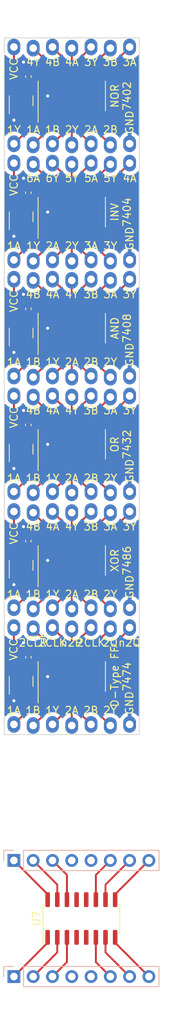
<source format=kicad_pcb>
(kicad_pcb (version 20221018) (generator pcbnew)
  (layers (0 "F.Cu" signal) (31 "B.Cu" signal) (34 "B.Paste" user) (35 "F.Paste" user) (36 "B.SilkS" user "B.Silkscreen") (37 "F.SilkS" user "F.Silkscreen") (38 "B.Mask" user) (39 "F.Mask" user) (44 "Edge.Cuts" user))
  (net 0 "")
  (net 1 "Net-(J1-Pin_2)")
  (net 2 "Net-(J1-Pin_3)")
  (net 3 "Net-(J1-Pin_4)")
  (net 4 "Net-(J1-Pin_5)")
  (net 5 "Net-(J1-Pin_6)")
  (net 6 "GND")
  (net 7 "VCC")
  (net 8 "Net-(J2-Pin_2)")
  (net 9 "Net-(J2-Pin_3)")
  (net 10 "Net-(J2-Pin_4)")
  (net 11 "Net-(J2-Pin_5)")
  (net 12 "Net-(J2-Pin_6)")
  (net 13 "Net-(J2-Pin_7)")
  (net 14 "Net-(J1-Pin_1)")
  (net 15 "Net-(J3-Pin_1)")
  (net 16 "Net-(J3-Pin_2)")
  (net 17 "Net-(J3-Pin_3)")
  (net 18 "Net-(J3-Pin_4)")
  (net 19 "Net-(J3-Pin_5)")
  (net 20 "Net-(J3-Pin_6)")
  (net 21 "Net-(J4-Pin_2)")
  (net 22 "Net-(J4-Pin_3)")
  (net 23 "Net-(J4-Pin_4)")
  (net 24 "Net-(J4-Pin_5)")
  (net 25 "Net-(J4-Pin_6)")
  (net 26 "Net-(J4-Pin_7)")
  (net 27 "Net-(J5-Pin_1)")
  (net 28 "Net-(J5-Pin_2)")
  (net 29 "Net-(J5-Pin_3)")
  (net 30 "Net-(J5-Pin_4)")
  (net 31 "Net-(J5-Pin_5)")
  (net 32 "Net-(J5-Pin_6)")
  (net 33 "Net-(J6-Pin_2)")
  (net 34 "Net-(J6-Pin_3)")
  (net 35 "Net-(J6-Pin_4)")
  (net 36 "Net-(J6-Pin_5)")
  (net 37 "Net-(J6-Pin_6)")
  (net 38 "Net-(J6-Pin_7)")
  (net 39 "Net-(J7-Pin_1)")
  (net 40 "Net-(J7-Pin_2)")
  (net 41 "Net-(J7-Pin_3)")
  (net 42 "Net-(J7-Pin_4)")
  (net 43 "Net-(J7-Pin_5)")
  (net 44 "Net-(J7-Pin_6)")
  (net 45 "Net-(J8-Pin_2)")
  (net 46 "Net-(J8-Pin_3)")
  (net 47 "Net-(J8-Pin_4)")
  (net 48 "Net-(J8-Pin_5)")
  (net 49 "Net-(J8-Pin_6)")
  (net 50 "Net-(J8-Pin_7)")
  (net 51 "Net-(J9-Pin_1)")
  (net 52 "Net-(J9-Pin_2)")
  (net 53 "Net-(J9-Pin_3)")
  (net 54 "Net-(J9-Pin_4)")
  (net 55 "Net-(J9-Pin_5)")
  (net 56 "Net-(J9-Pin_6)")
  (net 57 "Net-(J10-Pin_2)")
  (net 58 "Net-(J10-Pin_3)")
  (net 59 "Net-(J10-Pin_4)")
  (net 60 "Net-(J10-Pin_5)")
  (net 61 "Net-(J10-Pin_6)")
  (net 62 "Net-(J10-Pin_7)")
  (net 63 "Net-(J11-Pin_1)")
  (net 64 "Net-(J11-Pin_2)")
  (net 65 "Net-(J11-Pin_3)")
  (net 66 "Net-(J11-Pin_4)")
  (net 67 "Net-(J11-Pin_5)")
  (net 68 "Net-(J11-Pin_6)")
  (net 69 "Net-(J12-Pin_2)")
  (net 70 "Net-(J12-Pin_3)")
  (net 71 "Net-(J12-Pin_4)")
  (net 72 "Net-(J12-Pin_5)")
  (net 73 "Net-(J12-Pin_6)")
  (net 74 "Net-(J12-Pin_7)")
  (net 75 "/nCLR")
  (net 76 "/1D")
  (net 77 "/n1Q")
  (net 78 "/1Q")
  (net 79 "/CLK")
  (net 80 "/2Q")
  (net 81 "/n2Q")
  (net 82 "/2D")
  (net 83 "/3D")
  (net 84 "/n3Q")
  (net 85 "/3Q")
  (net 86 "/4Q")
  (net 87 "/n4Q")
  (net 88 "/4D")
  (net 89 "Net-(Q1-S)")
  (net 90 "Net-(Q2-S)")
  (net 91 "Net-(Q3-S)")
  (net 92 "Net-(Q4-S)")
  (net 93 "Net-(Q5-S)")
  (net 94 "Net-(Q6-S)")
  (footprint "Capacitor_SMD:C_0402_1005Metric" (layer "F.Cu") (at 3.175 35.56 -90)
    (fp_text reference "C2" hide)
    (fp_text value "100nF")
  )
  (footprint "Capacitor_SMD:C_0402_1005Metric" (layer "F.Cu") (at 3.175 81.28 -90)
    (fp_text reference "C5" hide)
    (fp_text value "100nF")
  )
  (footprint "Package_SO:SOIC-14_3.9x8.7mm_P1.27mm" (layer "F.Cu") (at 8.89 53.34 90)
    (fp_text reference "U2" hide)
    (fp_text value "74HC32")
  )
  (footprint "Package_SO:SOIC-14_3.9x8.7mm_P1.27mm" (layer "F.Cu") (at 8.89 38.1 90)
    (fp_text reference "U1" hide)
    (fp_text value "74HC08")
  )
  (footprint "Package_TO_SOT_SMD:SOT-23" (layer "F.Cu") (at 2.2225 84.455 90)
    (fp_text reference "Q5" hide)
    (fp_text value "AO3401A")
  )
  (footprint "Package_SO:SOIC-14_3.9x8.7mm_P1.27mm" (layer "F.Cu") (at 8.89 22.86 90)
    (fp_text reference "U5" hide)
    (fp_text value "74HC04")
  )
  (footprint "Package_TO_SOT_SMD:SOT-23" (layer "F.Cu") (at 2.2225 69.215 90)
    (fp_text reference "Q4" hide)
    (fp_text value "AO3401A")
  )
  (footprint "Package_SO:SOIC-16_3.9x9.9mm_P1.27mm" (layer "F.Cu") (at 10.16 115.57 90)
    (fp_text reference "U7")
    (fp_text value "74HC175")
  )
  (footprint "Package_TO_SOT_SMD:SOT-23" (layer "F.Cu") (at 2.2225 38.735 90)
    (fp_text reference "Q2" hide)
    (fp_text value "AO3401A")
  )
  (footprint "Package_SO:SOIC-14_3.9x8.7mm_P1.27mm" (layer "F.Cu") (at 8.89 7.62 90)
    (fp_text reference "U4" hide)
    (fp_text value "74HC02")
  )
  (footprint "Package_SO:SOIC-14_3.9x8.7mm_P1.27mm" (layer "F.Cu") (at 8.89 68.58 90)
    (fp_text reference "U3" hide)
    (fp_text value "74HC86")
  )
  (footprint "Package_SO:SOIC-14_3.9x8.7mm_P1.27mm" (layer "F.Cu") (at 8.89 83.82 90)
    (fp_text reference "U6" hide)
    (fp_text value "74HC74")
  )
  (footprint "Package_TO_SOT_SMD:SOT-23" (layer "F.Cu") (at 2.225 8.255 90)
    (fp_text reference "Q1" hide)
    (fp_text value "AO3401A")
  )
  (footprint "Capacitor_SMD:C_0402_1005Metric" (layer "F.Cu") (at 3.175 50.8 -90)
    (fp_text reference "C3" hide)
    (fp_text value "100nF")
  )
  (footprint "Package_TO_SOT_SMD:SOT-23" (layer "F.Cu") (at 2.225 23.495 90)
    (fp_text reference "Q6" hide)
    (fp_text value "AO3401A")
  )
  (footprint "Capacitor_SMD:C_0402_1005Metric" (layer "F.Cu") (at 3.175 5.08 -90)
    (fp_text reference "C1" hide)
    (fp_text value "100nF")
  )
  (footprint "Package_TO_SOT_SMD:SOT-23" (layer "F.Cu") (at 2.2225 53.975 90)
    (fp_text reference "Q3" hide)
    (fp_text value "AO3401A")
  )
  (footprint "Capacitor_SMD:C_0402_1005Metric" (layer "F.Cu") (at 3.175 20.32 -90)
    (fp_text reference "C6" hide)
    (fp_text value "100nF")
  )
  (footprint "Capacitor_SMD:C_0402_1005Metric" (layer "F.Cu") (at 3.175 66.04 -90)
    (fp_text reference "C4" hide)
    (fp_text value "100nF")
  )
  (footprint "Connector_PinHeader_2.54mm:PinHeader_1x07_P2.54mm_Vertical_1" (layer "B.Cu") (at 1.27 74.855 -90)
    (fp_text reference "J5" hide)
    (fp_text value "Conn_01x07_Pin")
  )
  (footprint "Connector_PinHeader_2.54mm:PinHeader_1x07_P2.54mm_Vertical_1" (layer "B.Cu") (at 1.27 29.21 -90)
    (fp_text reference "J9" hide)
    (fp_text value "Conn_01x07_Pin")
  )
  (footprint "Connector_PinHeader_2.54mm:PinHeader_1x07_P2.54mm_Vertical_1" (layer "B.Cu") (at 1.27 31.75 -90)
    (fp_text reference "J2" hide)
    (fp_text value "Conn_01x07_Pin")
  )
  (footprint "Connector_PinHeader_2.54mm:PinHeader_1x07_P2.54mm_Vertical_1" (layer "B.Cu") (at 1.27 44.45 -90)
    (fp_text reference "J1" hide)
    (fp_text value "Conn_01x07_Pin")
  )
  (footprint "Connector_PinHeader_2.54mm:PinHeader_1x07_P2.54mm_Vertical_1" (layer "B.Cu") (at 1.27 59.615 -90)
    (fp_text reference "J3" hide)
    (fp_text value "Conn_01x07_Pin")
  )
  (footprint "Connector_PinHeader_2.54mm:PinHeader_1x07_P2.54mm_Vertical_1" (layer "B.Cu") (at 1.265 77.47 -90)
    (fp_text reference "J12" hide)
    (fp_text value "Conn_01x07_Pin")
  )
  (footprint "Connector_PinHeader_2.54mm:PinHeader_1x07_P2.54mm_Vertical_1" (layer "B.Cu") (at 1.27 16.51 -90)
    (fp_text reference "J10" hide)
    (fp_text value "Conn_01x07_Pin")
  )
  (footprint "Connector_PinHeader_2.54mm:PinHeader_1x07_P2.54mm_Vertical_1" (layer "B.Cu") (at 1.27 90.17 -90)
    (fp_text reference "J11" hide)
    (fp_text value "Conn_01x07_Pin")
  )
  (footprint "Connector_PinHeader_2.54mm:PinHeader_1x07_P2.54mm_Vertical_1" (layer "B.Cu") (at 1.27 1.27 -90)
    (fp_text reference "J8" hide)
    (fp_text value "Conn_01x07_Pin")
  )
  (footprint "Connector_PinHeader_2.54mm:PinHeader_1x07_P2.54mm_Vertical_1" (layer "B.Cu") (at 1.27 13.97 -90)
    (fp_text reference "J7" hide)
    (fp_text value "Conn_01x07_Pin")
  )
  (footprint "Connector_PinHeader_2.54mm:PinHeader_1x07_P2.54mm_Vertical_1" (layer "B.Cu") (at 1.27 62.23 -90)
    (fp_text reference "J6" hide)
    (fp_text value "Conn_01x07_Pin")
  )
  (footprint "Connector_PinHeader_2.54mm:PinHeader_1x08_P2.54mm_Vertical" (layer "B.Cu") (at 1.27 123.19 -90)
    (fp_text reference "J13" hide)
    (fp_text value "Conn_01x08_Pin")
  )
  (footprint "Connector_PinHeader_2.54mm:PinHeader_1x07_P2.54mm_Vertical_1" (layer "B.Cu") (at 1.27 47.065 -90)
    (fp_text reference "J4" hide)
    (fp_text value "Conn_01x07_Pin")
  )
  (footprint "Connector_PinHeader_2.54mm:PinHeader_1x08_P2.54mm_Vertical" (layer "B.Cu") (at 1.27 107.95 -90)
    (fp_text reference "J14" hide)
    (fp_text value "Conn_01x08_Pin")
  )
  (gr_line (start 0 91.44) (end 0 0) (stroke (width 0.1)) (layer "Edge.Cuts"))
  (gr_line (start 17.78 0) (end 17.78 91.44) (stroke (width 0.1)) (layer "Edge.Cuts"))
  (gr_line (start 17.78 91.44) (end 0 91.44) (stroke (width 0.1)) (layer "Edge.Cuts"))
  (gr_line (start 0 0) (end 17.78 0) (stroke (width 0.1)) (layer "Edge.Cuts"))
  (gr_text "2A" (at 6.35 27.305) (layer "F.SilkS") (effects (font (size 1 1))))
  (gr_text "2Y" (at 8.89 27.305) (layer "F.SilkS") (effects (font (size 1 1))))
  (gr_text "3Y" (at 13.97 27.305) (layer "F.SilkS") (effects (font (size 1 1))))
  (gr_text "VCC" (at 1.2425 78.74 90) (layer "F.SilkS") (effects (font (size 1 1)) (justify right)))
  (gr_text "3Y" (at 16.51 64.135) (layer "F.SilkS") (effects (font (size 1 1))))
  (gr_text "3B" (at 13.97 3.175) (layer "F.SilkS") (effects (font (size 1 1))))
  (gr_text "4Y" (at 8.89 48.895) (layer "F.SilkS") (effects (font (size 1 1))))
  (gr_text "AND\n7408" (at 13.97 38.1 90) (layer "F.SilkS") (effects (font (size 1 1)) (justify top)))
  (gr_text "2A" (at 8.8625 88.265) (layer "F.SilkS") (effects (font (size 1 1))))
  (gr_text "3A" (at 11.43 27.305) (layer "F.SilkS") (effects (font (size 1 1))))
  (gr_text "OR\n7432" (at 13.97 53.34 90) (layer "F.SilkS") (effects (font (size 1 1)) (justify top)))
  (gr_text "2Y" (at 13.97 73.025) (layer "F.SilkS") (effects (font (size 1 1))))
  (gr_text "5A" (at 11.43 18.415) (layer "F.SilkS") (effects (font (size 1 1))))
  (gr_text "2Y" (at 13.97 57.785) (layer "F.SilkS") (effects (font (size 1 1))))
  (gr_text "3B" (at 11.43 33.655) (layer "F.SilkS") (effects (font (size 1 1))))
  (gr_text "4A" (at 8.89 3.175) (layer "F.SilkS") (effects (font (size 1 1))))
  (gr_text "3B" (at 11.43 64.135) (layer "F.SilkS") (effects (font (size 1 1))))
  (gr_text "2~{CLR}" (at 3.7825 79.375) (layer "F.SilkS") (effects (font (size 1 1))))
  (gr_text "XOR\n7486" (at 13.97 68.58 90) (layer "F.SilkS") (effects (font (size 1 1)) (justify top)))
  (gr_text "3A" (at 16.51 3.175) (layer "F.SilkS") (effects (font (size 1 1))))
  (gr_text "2A" (at 8.89 57.785) (layer "F.SilkS") (effects (font (size 1 1))))
  (gr_text "GND" (at 16.51 12.7 90) (layer "F.SilkS") (effects (font (size 1 1)) (justify left)))
  (gr_text "GND" (at 16.51 27.94 90) (layer "F.SilkS") (effects (font (size 1 1)) (justify left)))
  (gr_text "1B" (at 3.81 73.025) (layer "F.SilkS") (effects (font (size 1 1))))
  (gr_text "4B" (at 3.81 33.655) (layer "F.SilkS") (effects (font (size 1 1))))
  (gr_text "GND" (at 16.51 73.66 90) (layer "F.SilkS") (effects (font (size 1 1)) (justify left)))
  (gr_text "GND" (at 16.51 43.18 90) (layer "F.SilkS") (effects (font (size 1 1)) (justify left)))
  (gr_text "3A" (at 13.97 64.135) (layer "F.SilkS") (effects (font (size 1 1))))
  (gr_text "1A" (at 1.27 42.545) (layer "F.SilkS") (effects (font (size 1 1))))
  (gr_text "GND" (at 16.4825 88.9 90) (layer "F.SilkS") (effects (font (size 1 1)) (justify left)))
  (gr_text "4B" (at 6.35 3.175) (layer "F.SilkS") (effects (font (size 1 1))))
  (gr_text "VCC" (at 1.27 33.02 90) (layer "F.SilkS") (effects (font (size 1 1)) (justify right)))
  (gr_text "VCC" (at 1.27 63.5 90) (layer "F.SilkS") (effects (font (size 1 1)) (justify right)))
  (gr_text "1A" (at 3.81 12.065) (layer "F.SilkS") (effects (font (size 1 1))))
  (gr_text "4Y" (at 3.81 3.175) (layer "F.SilkS") (effects (font (size 1 1))))
  (gr_text "2A" (at 11.43 12.065) (layer "F.SilkS") (effects (font (size 1 1))))
  (gr_text "1Y" (at 6.3225 88.265) (layer "F.SilkS") (effects (font (size 1 1))))
  (gr_text "VCC" (at 1.27 17.78 90) (layer "F.SilkS") (effects (font (size 1 1)) (justify right)))
  (gr_text "2B" (at 11.43 73.025) (layer "F.SilkS") (effects (font (size 1 1))))
  (gr_text "n2Q" (at 16.4825 79.375) (layer "F.SilkS") (effects (font (size 1 1))))
  (gr_text "4A" (at 6.35 64.135) (layer "F.SilkS") (effects (font (size 1 1))))
  (gr_text "4B" (at 3.81 64.135) (layer "F.SilkS") (effects (font (size 1 1))))
  (gr_text "1B" (at 3.81 57.785) (layer "F.SilkS") (effects (font (size 1 1))))
  (gr_text "1A" (at 1.27 57.785) (layer "F.SilkS") (effects (font (size 1 1))))
  (gr_text "1Y" (at 3.81 27.305) (layer "F.SilkS") (effects (font (size 1 1))))
  (gr_text "2B" (at 13.97 12.065) (layer "F.SilkS") (effects (font (size 1 1))))
  (gr_text "3B" (at 11.43 48.895) (layer "F.SilkS") (effects (font (size 1 1))))
  (gr_text "2Y" (at 13.9425 88.265) (layer "F.SilkS") (effects (font (size 1 1))))
  (gr_text "2A" (at 8.89 73.025) (layer "F.SilkS") (effects (font (size 1 1))))
  (gr_text "1B" (at 3.81 42.545) (layer "F.SilkS") (effects (font (size 1 1))))
  (gr_text "1A" (at 1.27 73.025) (layer "F.SilkS") (effects (font (size 1 1))))
  (gr_text "6A" (at 3.81 18.415) (layer "F.SilkS") (effects (font (size 1 1))))
  (gr_text "1Y" (at 1.27 12.065) (layer "F.SilkS") (effects (font (size 1 1))))
  (gr_text "1Y" (at 6.35 42.545) (layer "F.SilkS") (effects (font (size 1 1))))
  (gr_text "4Y" (at 8.89 33.655) (layer "F.SilkS") (effects (font (size 1 1))))
  (gr_text "5Y" (at 8.89 18.415) (layer "F.SilkS") (effects (font (size 1 1))))
  (gr_text "3Y" (at 16.51 48.895) (layer "F.SilkS") (effects (font (size 1 1))))
  (gr_text "INV\n7404" (at 13.97 22.86 90) (layer "F.SilkS") (effects (font (size 1 1)) (justify top)))
  (gr_text "D-Type FF\n7474" (at 13.97 83.82 90) (layer "F.SilkS") (effects (font (size 1 1)) (justify top)))
  (gr_text "3A" (at 13.97 33.655) (layer "F.SilkS") (effects (font (size 1 1))))
  (gr_text "5Y" (at 13.97 18.415) (layer "F.SilkS") (effects (font (size 1 1))))
  (gr_text "NOR\n7402" (at 13.97 7.62 90) (layer "F.SilkS") (effects (font (size 1 1)) (justify top)))
  (gr_text "1A" (at 1.2425 88.265) (layer "F.SilkS") (effects (font (size 1 1))))
  (gr_text "3A" (at 13.97 48.895) (layer "F.SilkS") (effects (font (size 1 1))))
  (gr_text "2B" (at 11.43 57.785) (layer "F.SilkS") (effects (font (size 1 1))))
  (gr_text "2Y" (at 13.97 42.545) (layer "F.SilkS") (effects (font (size 1 1))))
  (gr_text "GND" (at 16.51 58.42 90) (layer "F.SilkS") (effects (font (size 1 1)) (justify left)))
  (gr_text "4Y" (at 8.89 64.135) (layer "F.SilkS") (effects (font (size 1 1))))
  (gr_text "n2P" (at 8.8625 79.375) (layer "F.SilkS") (effects (font (size 1 1))))
  (gr_text "1Y" (at 6.35 57.785) (layer "F.SilkS") (effects (font (size 1 1))))
  (gr_text "2CLK" (at 6.3225 79.375) (layer "F.SilkS") (effects (font (size 1 1))))
  (gr_text "2B" (at 11.4025 88.265) (layer "F.SilkS") (effects (font (size 1 1))))
  (gr_text "2CLK" (at 11.4025 79.375) (layer "F.SilkS") (effects (font (size 1 1))))
  (gr_text "1B" (at 3.7825 88.265) (layer "F.SilkS") (effects (font (size 1 1))))
  (gr_text "6Y" (at 6.35 18.415) (layer "F.SilkS") (effects (font (size 1 1))))
  (gr_text "4A" (at 16.51 18.415) (layer "F.SilkS") (effects (font (size 1 1))))
  (gr_text "2A" (at 8.89 42.545) (layer "F.SilkS") (effects (font (size 1 1))))
  (gr_text "3Y" (at 11.43 3.175) (layer "F.SilkS") (effects (font (size 1 1))))
  (gr_text "1A" (at 1.27 27.305) (layer "F.SilkS") (effects (font (size 1 1))))
  (gr_text "1Y" (at 6.35 73.025) (layer "F.SilkS") (effects (font (size 1 1))))
  (gr_text "4A" (at 6.35 48.895) (layer "F.SilkS") (effects (font (size 1 1))))
  (gr_text "VCC" (at 1.27 48.26 90) (layer "F.SilkS") (effects (font (size 1 1)) (justify right)))
  (gr_text "4A" (at 6.35 33.655) (layer "F.SilkS") (effects (font (size 1 1))))
  (gr_text "4B" (at 3.81 48.895) (layer "F.SilkS") (effects (font (size 1 1))))
  (gr_text "2Y" (at 8.89 12.065) (layer "F.SilkS") (effects (font (size 1 1))))
  (gr_text "3Y" (at 16.51 33.655) (layer "F.SilkS") (effects (font (size 1 1))))
  (gr_text "2B" (at 11.43 42.545) (layer "F.SilkS") (effects (font (size 1 1))))
  (gr_text "1B" (at 6.35 12.065) (layer "F.SilkS") (effects (font (size 1 1))))
  (gr_text "2Q" (at 13.9425 79.375) (layer "F.SilkS") (effects (font (size 1 1))))
  (gr_text "VCC" (at 1.27 2.54 90) (layer "F.SilkS") (effects (font (size 1 1)) (justify right)))
  (segment (start 3.81 44.525) (end 6.35 41.985) (width 0.25) (layer "F.Cu") (net 1))
  (segment (start 6.35 41.985) (end 6.35 40.575) (width 0.25) (layer "F.Cu") (net 1))
  (segment (start 6.35 44.375) (end 7.62 43.105) (width 0.25) (layer "F.Cu") (net 2))
  (segment (start 7.62 43.105) (end 7.62 40.575) (width 0.25) (layer "F.Cu") (net 2))
  (segment (start 8.89 44.525) (end 8.89 40.575) (width 0.25) (layer "F.Cu") (net 3))
  (segment (start 11.43 44.375) (end 10.16 43.105) (width 0.25) (layer "F.Cu") (net 4))
  (segment (start 10.16 43.105) (end 10.16 40.575) (width 0.25) (layer "F.Cu") (net 4))
  (segment (start 13.97 44.525) (end 11.43 41.985) (width 0.25) (layer "F.Cu") (net 5))
  (segment (start 11.43 41.985) (end 11.43 40.575) (width 0.25) (layer "F.Cu") (net 5))
  (segment (start 14.605 118.745) (end 19.05 123.19) (width 0.25) (layer "F.Cu") (net 6))
  (segment (start 14.605 118.045) (end 14.605 118.745) (width 0.25) (layer "F.Cu") (net 6))
  (via (at 1.27 10.795) (size 0.8) (drill 0.4) (layers "F.Cu" "B.Cu") (net 6))
  (via (at 5.715 83.82) (size 0.8) (drill 0.4) (layers "F.Cu" "B.Cu") (net 6))
  (via (at 2.54 48.895) (size 0.8) (drill 0.4) (layers "F.Cu" "B.Cu") (net 6))
  (via (at 1.27 26.035) (size 0.8) (drill 0.4) (layers "F.Cu" "B.Cu") (net 6))
  (via (at 2.54 3.175) (size 0.8) (drill 0.4) (layers "F.Cu" "B.Cu") (net 6))
  (via (at 2.54 79.375) (size 0.8) (drill 0.4) (layers "F.Cu" "B.Cu") (net 6))
  (via (at 1.27 86.995) (size 0.8) (drill 0.4) (layers "F.Cu" "B.Cu") (net 6))
  (via (at 1.27 41.275) (size 0.8) (drill 0.4) (layers "F.Cu" "B.Cu") (net 6))
  (via (at 5.715 68.58) (size 0.8) (drill 0.4) (layers "F.Cu" "B.Cu") (net 6))
  (via (at 2.54 33.655) (size 0.8) (drill 0.4) (layers "F.Cu" "B.Cu") (net 6))
  (via (at 5.715 7.62) (size 0.8) (drill 0.4) (layers "F.Cu" "B.Cu") (net 6))
  (via (at 2.54 18.415) (size 0.8) (drill 0.4) (layers "F.Cu" "B.Cu") (net 6))
  (via (at 5.715 38.1) (size 0.8) (drill 0.4) (layers "F.Cu" "B.Cu") (net 6))
  (via (at 2.54 64.135) (size 0.8) (drill 0.4) (layers "F.Cu" "B.Cu") (net 6))
  (via (at 1.27 56.515) (size 0.8) (drill 0.4) (layers "F.Cu" "B.Cu") (net 6))
  (via (at 5.715 53.34) (size 0.8) (drill 0.4) (layers "F.Cu" "B.Cu") (net 6))
  (via (at 5.715 22.86) (size 0.8) (drill 0.4) (layers "F.Cu" "B.Cu") (net 6))
  (via (at 1.27 71.755) (size 0.8) (drill 0.4) (layers "F.Cu" "B.Cu") (net 6))
  (segment (start 2.225 22.5575) (end 1.27 21.6025) (width 0.25) (layer "F.Cu") (net 7))
  (segment (start 1.27 21.6025) (end 1.27 16.435) (width 0.25) (layer "F.Cu") (net 7))
  (segment (start 5.715 113.095) (end 5.715 112.395) (width 0.25) (layer "F.Cu") (net 7))
  (segment (start 1.27 52.085) (end 1.27 46.99) (width 0.25) (layer "F.Cu") (net 7))
  (segment (start 2.2225 37.7975) (end 1.27 36.845) (width 0.25) (layer "F.Cu") (net 7))
  (segment (start 1.27 36.845) (end 1.27 31.675) (width 0.25) (layer "F.Cu") (net 7))
  (segment (start 2.2225 83.5175) (end 1.265 82.56) (width 0.25) (layer "F.Cu") (net 7))
  (segment (start 1.27 67.325) (end 1.27 62.155) (width 0.25) (layer "F.Cu") (net 7))
  (segment (start 2.225 7.3175) (end 1.27 6.3625) (width 0.25) (layer "F.Cu") (net 7))
  (segment (start 5.715 112.395) (end 1.27 107.95) (width 0.25) (layer "F.Cu") (net 7))
  (segment (start 2.2225 53.0375) (end 1.27 52.085) (width 0.25) (layer "F.Cu") (net 7))
  (segment (start 2.2225 68.2775) (end 1.27 67.325) (width 0.25) (layer "F.Cu") (net 7))
  (segment (start 1.265 82.56) (end 1.265 77.395) (width 0.25) (layer "F.Cu") (net 7))
  (segment (start 1.27 6.3625) (end 1.27 1.195) (width 0.25) (layer "F.Cu") (net 7))
  (segment (start 3.81 31.825) (end 6.35 34.365) (width 0.25) (layer "F.Cu") (net 8))
  (segment (start 6.35 34.365) (end 6.35 35.625) (width 0.25) (layer "F.Cu") (net 8))
  (segment (start 7.62 32.945) (end 7.62 35.625) (width 0.25) (layer "F.Cu") (net 9))
  (segment (start 6.35 31.675) (end 7.62 32.945) (width 0.25) (layer "F.Cu") (net 9))
  (segment (start 8.89 31.825) (end 8.89 35.625) (width 0.25) (layer "F.Cu") (net 10))
  (segment (start 10.16 32.945) (end 10.16 35.625) (width 0.25) (layer "F.Cu") (net 11))
  (segment (start 11.43 31.675) (end 10.16 32.945) (width 0.25) (layer "F.Cu") (net 11))
  (segment (start 13.97 31.825) (end 11.43 34.365) (width 0.25) (layer "F.Cu") (net 12))
  (segment (start 11.43 34.365) (end 11.43 35.625) (width 0.25) (layer "F.Cu") (net 12))
  (segment (start 16.51 31.815) (end 12.7 35.625) (width 0.25) (layer "F.Cu") (net 13))
  (segment (start 16.51 31.675) (end 16.51 31.815) (width 0.25) (layer "F.Cu") (net 13))
  (segment (start 1.28 44.375) (end 5.08 40.575) (width 0.25) (layer "F.Cu") (net 14))
  (segment (start 1.27 44.375) (end 1.28 44.375) (width 0.25) (layer "F.Cu") (net 14))
  (segment (start 1.27 59.54) (end 1.355 59.54) (width 0.25) (layer "F.Cu") (net 15))
  (segment (start 1.355 59.54) (end 5.08 55.815) (width 0.25) (layer "F.Cu") (net 15))
  (segment (start 3.81 59.44) (end 6.35 56.9) (width 0.25) (layer "F.Cu") (net 16))
  (segment (start 6.35 56.9) (end 6.35 55.815) (width 0.25) (layer "F.Cu") (net 16))
  (segment (start 3.81 59.69) (end 3.81 59.44) (width 0.25) (layer "F.Cu") (net 16))
  (segment (start 7.62 58.27) (end 7.62 55.815) (width 0.25) (layer "F.Cu") (net 17))
  (segment (start 6.35 59.54) (end 7.62 58.27) (width 0.25) (layer "F.Cu") (net 17))
  (segment (start 8.89 59.69) (end 8.89 55.815) (width 0.25) (layer "F.Cu") (net 18))
  (segment (start 10.16 58.27) (end 10.16 55.815) (width 0.25) (layer "F.Cu") (net 19))
  (segment (start 11.43 59.54) (end 10.16 58.27) (width 0.25) (layer "F.Cu") (net 19))
  (segment (start 11.43 57.15) (end 11.43 55.815) (width 0.25) (layer "F.Cu") (net 20))
  (segment (start 13.97 59.69) (end 11.43 57.15) (width 0.25) (layer "F.Cu") (net 20))
  (segment (start 6.35 50.865) (end 6.35 49.68) (width 0.25) (layer "F.Cu") (net 21))
  (segment (start 6.35 49.68) (end 3.81 47.14) (width 0.25) (layer "F.Cu") (net 21))
  (segment (start 6.35 46.99) (end 7.62 48.26) (width 0.25) (layer "F.Cu") (net 22))
  (segment (start 7.62 48.26) (end 7.62 50.865) (width 0.25) (layer "F.Cu") (net 22))
  (segment (start 8.89 47.14) (end 8.89 50.865) (width 0.25) (layer "F.Cu") (net 23))
  (segment (start 10.16 48.26) (end 10.16 50.865) (width 0.25) (layer "F.Cu") (net 24))
  (segment (start 11.43 46.99) (end 10.16 48.26) (width 0.25) (layer "F.Cu") (net 24))
  (segment (start 11.43 49.68) (end 11.43 50.865) (width 0.25) (layer "F.Cu") (net 25))
  (segment (start 13.97 47.14) (end 11.43 49.68) (width 0.25) (layer "F.Cu") (net 25))
  (segment (start 16.51 46.99) (end 16.51 47.055) (width 0.25) (layer "F.Cu") (net 26))
  (segment (start 16.51 47.055) (end 12.7 50.865) (width 0.25) (layer "F.Cu") (net 26))
  (segment (start 1.27 74.78) (end 1.355 74.78) (width 0.25) (layer "F.Cu") (net 27))
  (segment (start 1.355 74.78) (end 5.08 71.055) (width 0.25) (layer "F.Cu") (net 27))
  (segment (start 3.81 74.93) (end 6.35 72.39) (width 0.25) (layer "F.Cu") (net 28))
  (segment (start 6.35 72.39) (end 6.35 71.055) (width 0.25) (layer "F.Cu") (net 28))
  (segment (start 6.35 74.78) (end 7.62 73.51) (width 0.25) (layer "F.Cu") (net 29))
  (segment (start 7.62 73.51) (end 7.62 71.055) (width 0.25) (layer "F.Cu") (net 29))
  (segment (start 8.89 74.93) (end 8.89 71.055) (width 0.25) (layer "F.Cu") (net 30))
  (segment (start 11.43 74.78) (end 10.16 73.51) (width 0.25) (layer "F.Cu") (net 31))
  (segment (start 10.16 73.51) (end 10.16 71.055) (width 0.25) (layer "F.Cu") (net 31))
  (segment (start 13.97 74.93) (end 11.43 72.39) (width 0.25) (layer "F.Cu") (net 32))
  (segment (start 11.43 72.39) (end 11.43 71.055) (width 0.25) (layer "F.Cu") (net 32))
  (segment (start 3.81 62.305) (end 6.35 64.845) (width 0.25) (layer "F.Cu") (net 33))
  (segment (start 6.35 64.845) (end 6.35 66.105) (width 0.25) (layer "F.Cu") (net 33))
  (segment (start 7.62 63.425) (end 7.62 66.105) (width 0.25) (layer "F.Cu") (net 34))
  (segment (start 6.35 62.155) (end 7.62 63.425) (width 0.25) (layer "F.Cu") (net 34))
  (segment (start 8.89 62.305) (end 8.89 66.105) (width 0.25) (layer "F.Cu") (net 35))
  (segment (start 10.16 63.425) (end 10.16 66.105) (width 0.25) (layer "F.Cu") (net 36))
  (segment (start 11.43 62.155) (end 10.16 63.425) (width 0.25) (layer "F.Cu") (net 36))
  (segment (start 13.97 62.305) (end 11.43 64.845) (width 0.25) (layer "F.Cu") (net 37))
  (segment (start 11.43 64.845) (end 11.43 66.105) (width 0.25) (layer "F.Cu") (net 37))
  (segment (start 16.51 62.295) (end 12.7 66.105) (width 0.25) (layer "F.Cu") (net 38))
  (segment (start 16.51 62.155) (end 16.51 62.295) (width 0.25) (layer "F.Cu") (net 38))
  (segment (start 5.08 10.095) (end 5.08 10.11) (width 0.25) (layer "F.Cu") (net 39))
  (segment (start 5.08 10.11) (end 1.27 13.92) (width 0.25) (layer "F.Cu") (net 39))
  (segment (start 6.35 10.095) (end 6.35 11.48) (width 0.25) (layer "F.Cu") (net 40))
  (segment (start 6.35 11.48) (end 3.81 14.02) (width 0.25) (layer "F.Cu") (net 40))
  (segment (start 7.62 10.095) (end 7.62 12.65) (width 0.25) (layer "F.Cu") (net 41))
  (segment (start 7.62 12.65) (end 6.35 13.92) (width 0.25) (layer "F.Cu") (net 41))
  (segment (start 8.89 14.02) (end 8.89 10.095) (width 0.25) (layer "F.Cu") (net 42))
  (segment (start 10.16 12.65) (end 10.16 10.095) (width 0.25) (layer "F.Cu") (net 43))
  (segment (start 11.43 13.92) (end 10.16 12.65) (width 0.25) (layer "F.Cu") (net 43))
  (segment (start 11.43 11.48) (end 11.43 10.095) (width 0.25) (layer "F.Cu") (net 44))
  (segment (start 13.97 14.02) (end 11.43 11.48) (width 0.25) (layer "F.Cu") (net 44))
  (segment (start 6.35 3.86) (end 3.81 1.32) (width 0.25) (layer "F.Cu") (net 45))
  (segment (start 6.35 5.145) (end 6.35 3.86) (width 0.25) (layer "F.Cu") (net 45))
  (segment (start 6.35 1.22) (end 7.62 2.49) (width 0.25) (layer "F.Cu") (net 46))
  (segment (start 7.62 2.49) (end 7.62 5.145) (width 0.25) (layer "F.Cu") (net 46))
  (segment (start 8.89 1.32) (end 8.89 5.145) (width 0.25) (layer "F.Cu") (net 47))
  (segment (start 10.16 2.49) (end 11.43 1.22) (width 0.25) (layer "F.Cu") (net 48))
  (segment (start 10.16 5.145) (end 10.16 2.49) (width 0.25) (layer "F.Cu") (net 48))
  (segment (start 13.97 1.32) (end 11.43 3.86) (width 0.25) (layer "F.Cu") (net 49))
  (segment (start 11.43 3.86) (end 11.43 5.145) (width 0.25) (layer "F.Cu") (net 49))
  (segment (start 12.7 5.03) (end 16.51 1.22) (width 0.25) (layer "F.Cu") (net 50))
  (segment (start 12.7 5.145) (end 12.7 5.03) (width 0.25) (layer "F.Cu") (net 50))
  (segment (start 5.07 25.335) (end 1.27 29.135) (width 0.25) (layer "F.Cu") (net 51))
  (segment (start 5.08 25.335) (end 5.07 25.335) (width 0.25) (layer "F.Cu") (net 51))
  (segment (start 3.81 29.285) (end 6.35 26.745) (width 0.25) (layer "F.Cu") (net 52))
  (segment (start 6.35 26.745) (end 6.35 25.335) (width 0.25) (layer "F.Cu") (net 52))
  (segment (start 7.62 27.865) (end 7.62 25.335) (width 0.25) (layer "F.Cu") (net 53))
  (segment (start 6.35 29.135) (end 7.62 27.865) (width 0.25) (layer "F.Cu") (net 53))
  (segment (start 8.89 29.285) (end 8.89 25.335) (width 0.25) (layer "F.Cu") (net 54))
  (segment (start 11.43 29.135) (end 10.16 27.865) (width 0.25) (layer "F.Cu") (net 55))
  (segment (start 10.16 27.865) (end 10.16 25.335) (width 0.25) (layer "F.Cu") (net 55))
  (segment (start 13.97 29.285) (end 11.43 26.745) (width 0.25) (layer "F.Cu") (net 56))
  (segment (start 11.43 26.745) (end 11.43 25.335) (width 0.25) (layer "F.Cu") (net 56))
  (segment (start 6.35 19.125) (end 3.81 16.585) (width 0.25) (layer "F.Cu") (net 57))
  (segment (start 6.35 20.385) (end 6.35 19.125) (width 0.25) (layer "F.Cu") (net 57))
  (segment (start 7.62 20.385) (end 7.62 17.705) (width 0.25) (layer "F.Cu") (net 58))
  (segment (start 7.62 17.705) (end 6.35 16.435) (width 0.25) (layer "F.Cu") (net 58))
  (segment (start 8.89 20.385) (end 8.89 16.585) (width 0.25) (layer "F.Cu") (net 59))
  (segment (start 10.16 17.705) (end 11.43 16.435) (width 0.25) (layer "F.Cu") (net 60))
  (segment (start 10.16 20.385) (end 10.16 17.705) (width 0.25) (layer "F.Cu") (net 60))
  (segment (start 13.97 16.585) (end 11.43 19.125) (width 0.25) (layer "F.Cu") (net 61))
  (segment (start 11.43 19.125) (end 11.43 20.385) (width 0.25) (layer "F.Cu") (net 61))
  (segment (start 12.7 20.385) (end 12.7 20.245) (width 0.25) (layer "F.Cu") (net 62))
  (segment (start 12.7 20.245) (end 16.51 16.435) (width 0.25) (layer "F.Cu") (net 62))
  (segment (start 5.08 86.295) (end 5.07 86.295) (width 0.25) (layer "F.Cu") (net 63))
  (segment (start 5.07 86.295) (end 1.27 90.095) (width 0.25) (layer "F.Cu") (net 63))
  (segment (start 6.35 86.295) (end 6.35 87.705) (width 0.25) (layer "F.Cu") (net 64))
  (segment (start 6.35 87.705) (end 3.81 90.245) (width 0.25) (layer "F.Cu") (net 64))
  (segment (start 7.62 86.295) (end 7.62 88.825) (width 0.25) (layer "F.Cu") (net 65))
  (segment (start 7.62 88.825) (end 6.35 90.095) (width 0.25) (layer "F.Cu") (net 65))
  (segment (start 8.89 86.295) (end 8.89 90.245) (width 0.25) (layer "F.Cu") (net 66))
  (segment (start 10.16 88.825) (end 11.43 90.095) (width 0.25) (layer "F.Cu") (net 67))
  (segment (start 10.16 86.295) (end 10.16 88.825) (width 0.25) (layer "F.Cu") (net 67))
  (segment (start 11.43 86.295) (end 11.43 87.705) (width 0.25) (layer "F.Cu") (net 68))
  (segment (start 11.43 87.705) (end 13.97 90.245) (width 0.25) (layer "F.Cu") (net 68))
  (segment (start 3.805 77.545) (end 6.35 80.09) (width 0.25) (layer "F.Cu") (net 69))
  (segment (start 6.35 80.09) (end 6.35 81.345) (width 0.25) (layer "F.Cu") (net 69))
  (segment (start 7.62 78.67) (end 7.62 81.345) (width 0.25) (layer "F.Cu") (net 70))
  (segment (start 6.345 77.395) (end 7.62 78.67) (width 0.25) (layer "F.Cu") (net 70))
  (segment (start 8.885 81.34) (end 8.89 81.345) (width 0.25) (layer "F.Cu") (net 71))
  (segment (start 8.885 77.545) (end 8.885 81.34) (width 0.25) (layer "F.Cu") (net 71))
  (segment (start 10.16 78.66) (end 10.16 81.345) (width 0.25) (layer "F.Cu") (net 72))
  (segment (start 11.425 77.395) (end 10.16 78.66) (width 0.25) (layer "F.Cu") (net 72))
  (segment (start 13.965 77.545) (end 11.43 80.08) (width 0.25) (layer "F.Cu") (net 73))
  (segment (start 11.43 80.08) (end 11.43 81.345) (width 0.25) (layer "F.Cu") (net 73))
  (segment (start 16.505 77.54) (end 12.7 81.345) (width 0.25) (layer "F.Cu") (net 74))
  (segment (start 16.505 77.395) (end 16.505 77.54) (width 0.25) (layer "F.Cu") (net 74))
  (segment (start 5.715 118.745) (end 1.27 123.19) (width 0.25) (layer "F.Cu") (net 75))
  (segment (start 5.715 118.045) (end 5.715 118.745) (width 0.25) (layer "F.Cu") (net 75))
  (segment (start 8.255 121.285) (end 6.35 123.19) (width 0.25) (layer "F.Cu") (net 77))
  (segment (start 8.255 118.045) (end 8.255 121.285) (width 0.25) (layer "F.Cu") (net 77))
  (segment (start 6.985 120.015) (end 3.81 123.19) (width 0.25) (layer "F.Cu") (net 78))
  (segment (start 6.985 118.045) (end 6.985 120.015) (width 0.25) (layer "F.Cu") (net 78))
  (segment (start 19.05 107.95) (end 14.605 112.395) (width 0.25) (layer "F.Cu") (net 79))
  (segment (start 14.605 112.395) (end 14.605 113.095) (width 0.25) (layer "F.Cu") (net 79))
  (segment (start 13.335 120.015) (end 16.51 123.19) (width 0.25) (layer "F.Cu") (net 80))
  (segment (start 13.335 118.045) (end 13.335 120.015) (width 0.25) (layer "F.Cu") (net 80))
  (segment (start 12.065 118.045) (end 12.065 121.285) (width 0.25) (layer "F.Cu") (net 81))
  (segment (start 12.065 121.285) (end 13.97 123.19) (width 0.25) (layer "F.Cu") (net 81))
  (segment (start 12.065 109.855) (end 12.065 113.095) (width 0.25) (layer "F.Cu") (net 84))
  (segment (start 13.97 107.95) (end 12.065 109.855) (width 0.25) (layer "F.Cu") (net 84))
  (segment (start 16.51 107.95) (end 13.335 111.125) (width 0.25) (layer "F.Cu") (net 85))
  (segment (start 13.335 111.125) (end 13.335 113.095) (width 0.25) (layer "F.Cu") (net 85))
  (segment (start 3.81 107.95) (end 6.985 111.125) (width 0.25) (layer "F.Cu") (net 86))
  (segment (start 6.985 111.125) (end 6.985 113.095) (width 0.25) (layer "F.Cu") (net 86))
  (segment (start 6.35 107.95) (end 8.255 109.855) (width 0.25) (layer "F.Cu") (net 87))
  (segment (start 8.255 109.855) (end 8.255 113.095) (width 0.25) (layer "F.Cu") (net 87))
  (segment (start 4.665 5.56) (end 5.08 5.145) (width 0.25) (layer "F.Cu") (net 89))
  (segment (start 3.175 5.56) (end 4.665 5.56) (width 0.25) (layer "F.Cu") (net 89))
  (segment (start 3.175 5.56) (end 3.175 9.1925) (width 0.25) (layer "F.Cu") (net 89))
  (segment (start 3.1725 36.0425) (end 3.175 36.04) (width 0.25) (layer "F.Cu") (net 90))
  (segment (start 4.665 36.04) (end 5.08 35.625) (width 0.25) (layer "F.Cu") (net 90))
  (segment (start 3.175 36.04) (end 4.665 36.04) (width 0.25) (layer "F.Cu") (net 90))
  (segment (start 3.1725 39.6725) (end 3.1725 36.0425) (width 0.25) (layer "F.Cu") (net 90))
  (segment (start 4.665 51.28) (end 5.08 50.865) (width 0.25) (layer "F.Cu") (net 91))
  (segment (start 3.1725 51.2825) (end 3.175 51.28) (width 0.25) (layer "F.Cu") (net 91))
  (segment (start 3.1725 54.9125) (end 3.1725 51.2825) (width 0.25) (layer "F.Cu") (net 91))
  (segment (start 3.175 51.28) (end 4.665 51.28) (width 0.25) (layer "F.Cu") (net 91))
  (segment (start 3.175 66.52) (end 4.665 66.52) (width 0.25) (layer "F.Cu") (net 92))
  (segment (start 3.1725 66.5225) (end 3.175 66.52) (width 0.25) (layer "F.Cu") (net 92))
  (segment (start 4.665 66.52) (end 5.08 66.105) (width 0.25) (layer "F.Cu") (net 92))
  (segment (start 3.1725 70.1525) (end 3.1725 66.5225) (width 0.25) (layer "F.Cu") (net 92))
  (segment (start 3.175 85.39) (end 3.1725 85.3925) (width 0.25) (layer "F.Cu") (net 93))
  (segment (start 3.175 81.76) (end 3.175 85.39) (width 0.25) (layer "F.Cu") (net 93))
  (segment (start 4.665 81.76) (end 5.08 81.345) (width 0.25) (layer "F.Cu") (net 93))
  (segment (start 3.175 81.76) (end 4.665 81.76) (width 0.25) (layer "F.Cu") (net 93))
  (segment (start 3.175 24.4325) (end 3.175 20.8) (width 0.25) (layer "F.Cu") (net 94))
  (segment (start 3.175 20.8) (end 4.665 20.8) (width 0.25) (layer "F.Cu") (net 94))
  (segment (start 4.665 20.8) (end 5.08 20.385) (width 0.25) (layer "F.Cu") (net 94))
  (zone (net 6) (net_name "GND") (layer "F.Cu") (connect_pads (clearance 0.5)) (min_thickness 0.25) (fill yes (thermal_gap 0.5) (thermal_bridge_width 0.5))
    (polygon (pts (xy 0 0) (xy 17.78 0) (xy 17.78 91.44) (xy 0 91.44)))
  )
  (zone (net 6) (net_name "GND") (layer "B.Cu") (priority 1) (connect_pads (clearance 0.5)) (min_thickness 0.25) (fill yes (thermal_gap 0.5) (thermal_bridge_width 0.5))
    (polygon (pts (xy 0 -0.3175) (xy 17.78 -0.3175) (xy 17.78 91.44) (xy 0 91.44)))
  )
)
</source>
